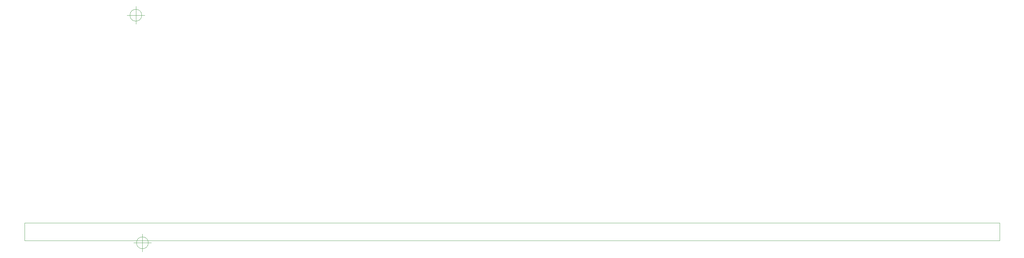
<source format=gbr>
G04 #@! TF.FileFunction,Profile,NP*
%FSLAX46Y46*%
G04 Gerber Fmt 4.6, Leading zero omitted, Abs format (unit mm)*
G04 Created by KiCad (PCBNEW 4.0.2-stable) date 6/13/2016 12:08:56 PM*
%MOMM*%
G01*
G04 APERTURE LIST*
%ADD10C,0.100000*%
G04 APERTURE END LIST*
D10*
X94277606Y-20139660D02*
G75*
G03X94277606Y-20139660I-1666666J0D01*
G01*
X90110940Y-20139660D02*
X95110940Y-20139660D01*
X92610940Y-17639660D02*
X92610940Y-22639660D01*
X96129266Y-84371180D02*
G75*
G03X96129266Y-84371180I-1666666J0D01*
G01*
X91962600Y-84371180D02*
X96962600Y-84371180D01*
X94462600Y-81871180D02*
X94462600Y-86871180D01*
X96129266Y-84371180D02*
G75*
G03X96129266Y-84371180I-1666666J0D01*
G01*
X91962600Y-84371180D02*
X96962600Y-84371180D01*
X94462600Y-81871180D02*
X94462600Y-86871180D01*
X61224160Y-78727300D02*
X61224160Y-83756500D01*
X336224880Y-83756500D02*
X61239400Y-83756500D01*
X336224838Y-78727300D02*
X336224838Y-83756500D01*
X61224160Y-78727300D02*
X336224160Y-78727300D01*
M02*

</source>
